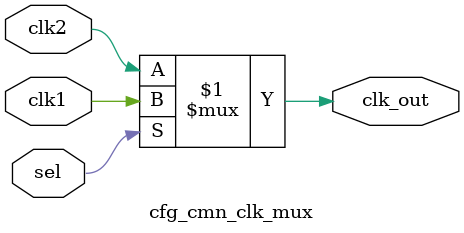
<source format=v>
module cfg_cmn_clk_mux (
  input  clk1,
  input  clk2,
  input  sel,
  output clk_out
);

  assign clk_out = sel ? clk1 : clk2;

endmodule

</source>
